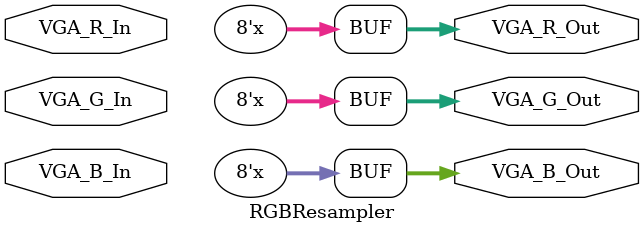
<source format=sv>
module RGBResampler(
	input        [9:0] VGA_R_In, VGA_G_In, VGA_B_In,
	output		 [7:0] VGA_R_Out, VGA_G_Out, VGA_B_Out
);

logic [19:0] VGA_R, VGA_G, VGA_B;

always_comb
begin
VGA_R = (VGA_R_In*10'd255);
VGA_R_Out = (VGA_R/10'd1024);
end

always_comb
begin
VGA_G = (VGA_G_In*10'd255);
VGA_G_Out = (VGA_G/10'd1024);
end

always_comb
begin
VGA_B = (VGA_B_In*10'd255);
VGA_B_Out = (VGA_B/10'd1024);
end


endmodule
</source>
